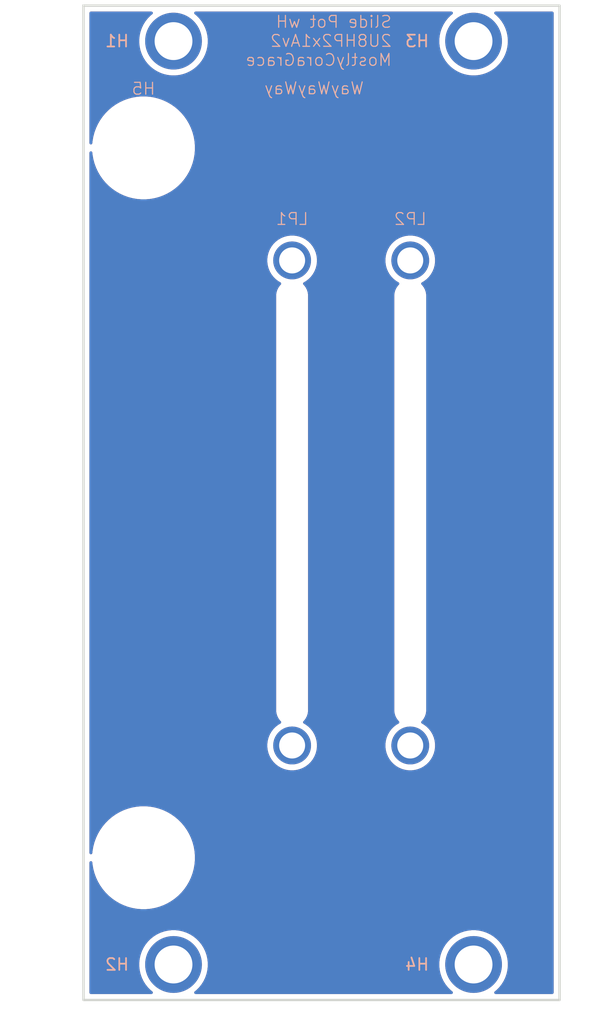
<source format=kicad_pcb>
(kicad_pcb (version 20241229) (generator "pcbnew") (generator_version "9.0")
  (layers (0 "F.Cu" signal) (2 "B.Cu" signal) (13 "F.Paste" user) (15 "B.Paste" user) (5 "F.SilkS" user "F.Silkscreen") (7 "B.SilkS" user "B.Silkscreen") (1 "F.Mask" user) (3 "B.Mask" user) (25 "Edge.Cuts" user))
  (net 0 "")
  (footprint "EXC:Handle_2UM4P60_B" (layer "F.Cu") (at 5.08 14.45)
    (property "Reference" "H5" (at 0 -5 0) (layer "B.SilkS") (effects (font (thickness 0.1)) (justify mirror)))
    (property "Value" "Handle_2UM4P60_PanelMount_B")
    (pad "" np_thru_hole circle (at 0 0) (size 8.2 8.2) (drill 8.2) (layers "*.Cu" "*.Mask"))
    (pad "" np_thru_hole circle (at 0 60) (size 8.2 8.2) (drill 8.2) (layers "*.Cu" "*.Mask"))
  )
  (footprint "EXC:MountingHole_3.2mm_M3" (layer "F.Cu") (at 33.02 83.475)
    (property "Reference" "H4" (at -3.683 0 0) (layer "B.SilkS") (effects (justify left mirror)))
    (property "Value" "Eurorack_M3_MountingHole")
    (pad "" thru_hole circle (at 0 0) (size 4.8 4.8) (drill 3.2) (layers "*.Cu" "*.Mask"))
  )
  (footprint "EXC:MountingHole_3.2mm_M3" (layer "F.Cu") (at 7.62 83.475)
    (property "Reference" "H2" (at -3.683 0 0) (layer "B.SilkS") (effects (justify left mirror)))
    (property "Value" "Eurorack_M3_MountingHole")
    (pad "" thru_hole circle (at 0 0) (size 4.8 4.8) (drill 3.2) (layers "*.Cu" "*.Mask"))
  )
  (footprint "EXC:MountingHole_3.2mm_M3" (layer "F.Cu") (at 7.62 5.425)
    (property "Reference" "H1" (at -3.683 0 0) (layer "B.SilkS") (effects (justify left mirror)))
    (property "Value" "Eurorack_M3_MountingHole")
    (pad "" thru_hole circle (at 0 0) (size 4.8 4.8) (drill 3.2) (layers "*.Cu" "*.Mask"))
  )
  (footprint "EXC:Linear_Potentiometer_45mm_M2_Panel_Mount" (layer "F.Cu") (at 27.66 44.4625)
    (property "Reference" "LP2" (at 0 -24.003 0) (layer "B.SilkS") (effects (font (thickness 0.1)) (justify mirror)))
    (property "Value" "Linear_Potentiometer_45mm_M2_Panel_Mount")
    (pad "" thru_hole circle (at 0 -20.5) (size 3.2 3.2) (drill 2.2) (layers "*.Cu" "*.Mask"))
    (pad "" np_thru_hole oval (at 0 0) (size 2.2 37.2) (drill oval 2.2 37.2) (layers "*.Cu" "*.Mask"))
    (pad "" thru_hole circle (at 0 20.5) (size 3.2 3.2) (drill 2.2) (layers "*.Cu" "*.Mask"))
  )
  (footprint "EXC:Linear_Potentiometer_45mm_M2_Panel_Mount" (layer "F.Cu") (at 17.66 44.4625)
    (property "Reference" "LP1" (at 0 -24.003 0) (layer "B.SilkS") (effects (font (thickness 0.1)) (justify mirror)))
    (property "Value" "Linear_Potentiometer_45mm_M2_Panel_Mount")
    (pad "" thru_hole circle (at 0 -20.5) (size 3.2 3.2) (drill 2.2) (layers "*.Cu" "*.Mask"))
    (pad "" np_thru_hole oval (at 0 0) (size 2.2 37.2) (drill oval 2.2 37.2) (layers "*.Cu" "*.Mask"))
    (pad "" thru_hole circle (at 0 20.5) (size 3.2 3.2) (drill 2.2) (layers "*.Cu" "*.Mask"))
  )
  (footprint "EXC:MountingHole_3.2mm_M3" (layer "F.Cu") (at 33.02 5.425)
    (property "Reference" "H3" (at -3.683 0 0) (layer "B.SilkS") (effects (justify left mirror)))
    (property "Value" "Eurorack_M3_MountingHole")
    (pad "" thru_hole circle (at 0 0) (size 4.8 4.8) (drill 3.2) (layers "*.Cu" "*.Mask"))
  )
  (gr_rect (start 0 2.425) (end 40.3 86.475) (stroke (width 0.2)) (fill no) (layer "Edge.Cuts"))
  (gr_text "Slide Pot wH\n2U8HP2x1Av2\nMostlyCoraGrace" (at 26.159082 7.6 0) (layer "B.SilkS") (effects (font (size 1 1) (thickness 0.1)) (justify left bottom mirror)))
  (gr_text "WayWayWay" (at 23.8 10 0) (layer "B.SilkS") (effects (font (size 1 1) (thickness 0.1)) (justify left bottom mirror)))
  (zone (net 0) (net_name "") (layers "F.Cu" "B.Cu") (connect_pads (clearance 0.5)) (min_thickness 0.25) (fill yes (thermal_gap 0.5) (thermal_bridge_width 0.5) (island_removal_mode 1) (island_area_min 10))
    (polygon (pts (xy 0 2.425) (xy 40.3 2.425) (xy 40.3 86.475) (xy 0 86.475)))
  )
)
</source>
